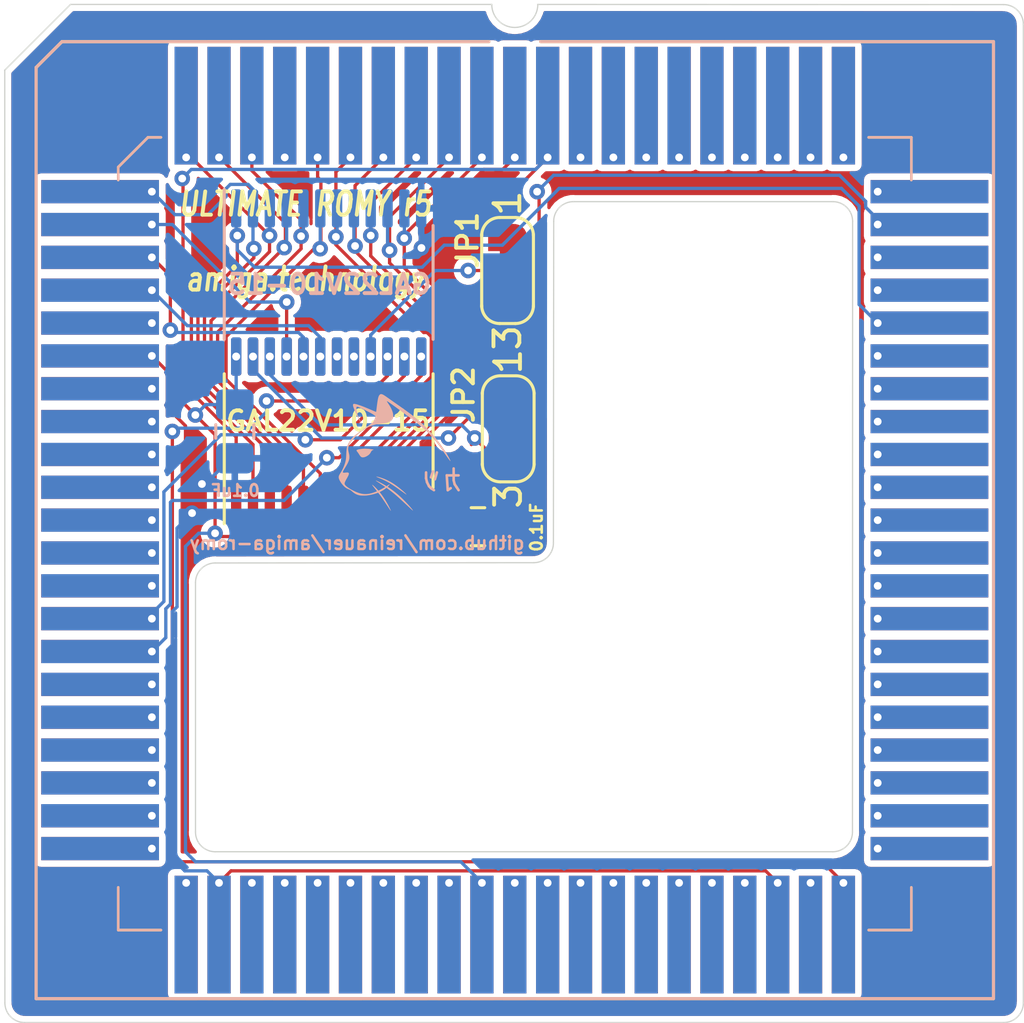
<source format=kicad_pcb>
(kicad_pcb (version 20210228) (generator pcbnew)
  (layers (0 "F.Cu" signal) (31 "B.Cu" signal) (34 "B.Paste" user) (35 "F.Paste" user) (36 "B.SilkS" user "B.Silkscreen") (37 "F.SilkS" user "F.Silkscreen") (38 "B.Mask" user) (39 "F.Mask" user) (44 "Edge.Cuts" user))
  (net 0 "")
  (net 11 "Net-(IC2-Pad73)")
  (net 62 "/GND")
  (net 63 "/VCC")
  (net 64 "/I11")
  (net 65 "/I10")
  (net 66 "/I9")
  (net 67 "/IO3")
  (net 68 "/IO4")
  (net 69 "/IO5")
  (net 70 "/IO10")
  (net 71 "/I12")
  (net 72 "/IO9")
  (net 73 "/I1{slash}CLK")
  (net 74 "/IO8")
  (net 75 "/IO1")
  (net 76 "/IO2")
  (net 77 "/IO6")
  (net 78 "/IO7")
  (net 79 "/I8")
  (net 80 "/I2")
  (net 81 "/I3")
  (net 82 "/I4")
  (net 83 "/I5")
  (net 84 "/I6")
  (net 85 "/I7")
  (footprint "amiga-romy:asym_TSSOP-24_4.4x7.8mm_P0.65mm" (layer "F.Cu") (at 107.76835 59.66075 90)
    (fp_text reference "U1" hide)
    (fp_text value "ATF22V10C-XU")
  )
  (footprint "Jumper:SolderJumper-3_P1.3mm_Bridged12_RoundedPad1.0x1.5mm_NumberLabels" (layer "F.Cu") (at 114.681 53.467 -90)
    (fp_text reference "JP1")
    (fp_text value "SolderJumper_3_Bridged12" hide)
  )
  (footprint "Capacitor_SMD:C_0805_2012Metric_Pad1.18x1.45mm_HandSolder" (layer "F.Cu") (at 113.538 63.373 180)
    (fp_text reference "C1" hide)
    (fp_text value "0.1uF")
  )
  (footprint "Jumper:SolderJumper-3_P1.3mm_Bridged12_RoundedPad1.0x1.5mm_NumberLabels" (layer "F.Cu") (at 114.7064 59.5884 -90)
    (fp_text reference "JP2")
    (fp_text value "SolderJumper_3_Bridged12" hide)
  )
  (footprint "amiga-romy:asym_TSSOP-24_4.4x7.8mm_P0.65mm" (layer "B.Cu") (at 107.76835 53.92805 -90)
    (fp_text reference "U2" hide)
    (fp_text value "ATF22V10C-XU")
  )
  (footprint "amiga-romy:APW9328TH" (layer "B.Cu") (at 114.9604 63.119 180)
    (fp_text reference "IC2" hide)
    (fp_text value "FAT_GARY" hide)
  )
  (footprint "Capacitor_SMD:C_0805_2012Metric_Pad1.18x1.45mm_HandSolder" (layer "B.Cu") (at 104.14 59.69 90)
    (fp_text reference "C2" hide)
    (fp_text value "0.1uF")
  )
  (gr_poly (pts (xy 109.764934 58.251646) (xy 109.763411 58.252451) (xy 109.761764 58.253401) (xy 109.760008 58.254487) (xy 109.75816 58.255698) (xy 109.756235 58.257022) (xy 109.754249 58.258449) (xy 109.75222 58.259968) (xy 109.750162 58.261568) (xy 109.748091 58.263239) (xy 109.746024 58.264969) (xy 109.743977 58.266747) (xy 109.741965 58.268563) (xy 109.740005 58.270406) (xy 109.738113 58.272265) (xy 109.736304 58.274129) (xy 109.734595 58.275988) (xy 109.730141 58.280981) (xy 109.725836 58.286262) (xy 109.721671 58.291868) (xy 109.717637 58.297838) (xy 109.713726 58.304209) (xy 109.70993 58.311019) (xy 109.70624 58.318304) (xy 109.702647 58.326105) (xy 109.699143 58.334457) (xy 109.695719 58.343398) (xy 109.689079 58.363201) (xy 109.682657 58.385816) (xy 109.676387 58.411543) (xy 109.670199 58.440685) (xy 109.664026 58.473544) (xy 109.657799 58.510421) (xy 109.65145 58.551618) (xy 109.644911 58.597437) (xy 109.638113 58.64818) (xy 109.62347 58.765644) (xy 109.615533 58.830285) (xy 109.608654 58.883516) (xy 109.603626 58.919879) (xy 109.601245 58.933919) (xy 109.601001 58.934033) (xy 109.600538 58.934046) (xy 109.598974 58.933779) (xy 109.596601 58.933136) (xy 109.593462 58.932138) (xy 109.585073 58.92915) (xy 109.574169 58.924967) (xy 109.561117 58.919742) (xy 109.546278 58.913628) (xy 109.530017 58.906779) (xy 109.512698 58.899347) (xy 109.285482 58.80193) (xy 109.132448 58.738612) (xy 109.072329 58.715182) (xy 109.017051 58.694807) (xy 108.902745 58.65593) (xy 108.883302 58.649846) (xy 108.862358 58.643902) (xy 108.840826 58.638306) (xy 108.819622 58.633264) (xy 108.799658 58.628982) (xy 108.781847 58.625668) (xy 108.767104 58.623528) (xy 108.761169 58.622963) (xy 108.756342 58.622769) (xy 108.753123 58.62287) (xy 108.749832 58.623166) (xy 108.746499 58.623645) (xy 108.743152 58.624296) (xy 108.739819 58.625105) (xy 108.73653 58.626062) (xy 108.733311 58.627154) (xy 108.730193 58.628369) (xy 108.727202 58.629696) (xy 108.724368 58.631123) (xy 108.72172 58.632638) (xy 108.719284 58.634228) (xy 108.717091 58.635883) (xy 108.715167 58.63759) (xy 108.713543 58.639337) (xy 108.712245 58.641113) (xy 108.711577 58.642283) (xy 108.710963 58.643606) (xy 108.709893 58.646686) (xy 108.709031 58.650303) (xy 108.708376 58.654408) (xy 108.707922 58.658952) (xy 108.707669 58.663884) (xy 108.707611 58.669155) (xy 108.707747 58.674715) (xy 108.708073 58.680515) (xy 108.708586 58.686506) (xy 108.709284 58.692637) (xy 108.710162 58.698858) (xy 108.711217 58.705122) (xy 108.712448 58.711377) (xy 108.71385 58.717574) (xy 108.71542 58.723663) (xy 108.722484 58.746946) (xy 108.731517 58.773536) (xy 108.754766 58.835042) (xy 108.78372 58.904998) (xy 108.816932 58.980221) (xy 108.852955 59.057527) (xy 108.890343 59.133734) (xy 108.927648 59.205658) (xy 108.963423 59.270116) (xy 108.98018 59.297957) (xy 108.998458 59.326687) (xy 109.0171 59.354681) (xy 109.034949 59.380315) (xy 109.050846 59.401963) (xy 109.063634 59.418001) (xy 109.0685 59.423409) (xy 109.072156 59.426805) (xy 109.073484 59.427685) (xy 109.074455 59.427986) (xy 109.075051 59.427683) (xy 109.075253 59.426749) (xy 109.075083 59.426072) (xy 109.074581 59.424854) (xy 109.072652 59.420917) (xy 109.069598 59.415178) (xy 109.065552 59.407876) (xy 109.060646 59.39925) (xy 109.055013 59.389542) (xy 109.048784 59.378991) (xy 109.042092 59.367835) (xy 109.006971 59.307508) (xy 108.976228 59.25133) (xy 108.949478 59.198395) (xy 108.93748 59.172858) (xy 108.926337 59.14779) (xy 108.916 59.123078) (xy 108.906421 59.098608) (xy 108.897552 59.074266) (xy 108.889345 59.049938) (xy 108.881752 59.025512) (xy 108.874725 59.000872) (xy 108.868215 58.975906) (xy 108.862176 58.950499) (xy 108.853843 58.911237) (xy 108.847376 58.875584) (xy 108.842785 58.843709) (xy 108.841197 58.829241) (xy 108.840083 58.815782) (xy 108.839445 58.803352) (xy 108.839283 58.791973) (xy 108.8396 58.781666) (xy 108.840397 58.772451) (xy 108.841676 58.764351) (xy 108.843438 58.757386) (xy 108.845684 58.751577) (xy 108.848417 58.746946) (xy 108.849343 58.745757) (xy 108.850335 58.744635) (xy 108.851391 58.743583) (xy 108.852512 58.742598) (xy 108.853696 58.741682) (xy 108.854943 58.740834) (xy 108.856252 58.740055) (xy 108.857623 58.739345) (xy 108.859055 58.738704) (xy 108.860547 58.738131) (xy 108.862099 58.737627) (xy 108.86371 58.737192) (xy 108.865379 58.736826) (xy 108.867106 58.736529) (xy 108.86889 58.736301) (xy 108.870731 58.736143) (xy 108.872627 58.736053) (xy 108.874579 58.736033) (xy 108.876585 58.736082) (xy 108.878645 58.736201) (xy 108.880758 58.736389) (xy 108.882924 58.736647) (xy 108.88741 58.737372) (xy 108.8921 58.738375) (xy 108.896986 58.739659) (xy 108.902065 58.741222) (xy 108.907331 58.743066) (xy 108.937047 58.754945) (xy 108.979827 58.773669) (xy 109.032397 58.797686) (xy 109.091481 58.825439) (xy 109.2161 58.885941) (xy 109.275086 58.91558) (xy 109.32749 58.942738) (xy 109.375753 58.968706) (xy 109.421566 58.994249) (xy 109.463698 59.018609) (xy 109.500924 59.041031) (xy 109.532015 59.060757) (xy 109.555742 59.077031) (xy 109.564461 59.083637) (xy 109.570879 59.089096) (xy 109.574843 59.093314) (xy 109.576198 59.096196) (xy 109.576137 59.097031) (xy 109.575958 59.098325) (xy 109.575266 59.102183) (xy 109.57417 59.107545) (xy 109.572714 59.114188) (xy 109.570944 59.12189) (xy 109.568905 59.130427) (xy 109.566643 59.139576) (xy 109.564204 59.149113) (xy 109.558861 59.16884) (xy 109.553243 59.187472) (xy 109.54729 59.205104) (xy 109.540942 59.221829) (xy 109.53414 59.237745) (xy 109.526823 59.252946) (xy 109.518931 59.267526) (xy 109.510405 59.281581) (xy 109.501184 59.295207) (xy 109.491209 59.308497) (xy 109.480419 59.321548) (xy 109.468755 59.334454) (xy 109.456157 59.34731) (xy 109.442564 59.360212) (xy 109.427917 59.373255) (xy 109.412156 59.386533) (xy 109.394787 59.400538) (xy 109.377446 59.414044) (xy 109.358312 59.428335) (xy 109.335559 59.444697) (xy 109.307367 59.464416) (xy 109.271911 59.488778) (xy 109.171915 59.556572) (xy 109.080243 59.618871) (xy 109.002763 59.672442) (xy 108.93733 59.718912) (xy 108.881799 59.759904) (xy 108.834023 59.797043) (xy 108.791857 59.831953) (xy 108.753156 59.86626) (xy 108.715773 59.901588) (xy 108.698034 59.919232) (xy 108.680933 59.936975) (xy 108.664471 59.954814) (xy 108.648651 59.97275) (xy 108.633474 59.990781) (xy 108.618942 60.008906) (xy 108.605055 60.027123) (xy 108.591816 60.045433) (xy 108.579225 60.063834) (xy 108.567286 60.082325) (xy 108.555998 60.100904) (xy 108.545365 60.119572) (xy 108.535386 60.138326) (xy 108.526065 60.157166) (xy 108.517401 60.176091) (xy 108.509398 60.195099) (xy 108.50162 60.215126) (xy 108.494532 60.234616) (xy 108.488099 60.2538) (xy 108.482284 60.272909) (xy 108.477049 60.292175) (xy 108.472358 60.31183) (xy 108.468175 60.332105) (xy 108.464463 60.353232) (xy 108.461185 60.375442) (xy 108.458304 60.398966) (xy 108.455784 60.424037) (xy 108.453587 60.450885) (xy 108.451679 60.479743) (xy 108.45002 60.510841) (xy 108.447309 60.580685) (xy 108.445774 60.622346) (xy 108.444024 60.658974) (xy 108.441976 60.691395) (xy 108.439548 60.720429) (xy 108.436657 60.746901) (xy 108.43322 60.771632) (xy 108.429155 60.795445) (xy 108.424378 60.819163) (xy 108.418123 60.84626) (xy 108.411025 60.873901) (xy 108.40313 60.901974) (xy 108.394481 60.930371) (xy 108.375092 60.987692) (xy 108.353206 61.044985) (xy 108.32917 61.101368) (xy 108.303332 61.155961) (xy 108.289845 61.182311) (xy 108.276038 61.207884) (xy 108.261954 61.232568) (xy 108.247637 61.256255) (xy 108.210072 61.316971) (xy 108.197401 61.337893) (xy 108.187885 61.354106) (xy 108.180833 61.366798) (xy 108.175554 61.377153) (xy 108.171359 61.386359) (xy 108.167556 61.395602) (xy 108.163783 61.405929) (xy 108.160669 61.416171) (xy 108.15822 61.426378) (xy 108.156444 61.436596) (xy 108.155345 61.446874) (xy 108.154931 61.45726) (xy 108.155207 61.467802) (xy 108.156179 61.478549) (xy 108.157855 61.489547) (xy 108.160239 61.500846) (xy 108.163338 61.512493) (xy 108.167159 61.524537) (xy 108.171708 61.537025) (xy 108.17699 61.550005) (xy 108.183013 61.563526) (xy 108.189781 61.577635) (xy 108.196953 61.591837) (xy 108.204686 61.606234) (xy 108.212949 61.620782) (xy 108.221708 61.635436) (xy 108.230929 61.650152) (xy 108.240581 61.664886) (xy 108.25063 61.679593) (xy 108.261042 61.694228) (xy 108.271786 61.708748) (xy 108.282826 61.723108) (xy 108.294132 61.737263) (xy 108.305669 61.751169) (xy 108.317404 61.764781) (xy 108.329305 61.778056) (xy 108.341338 61.790948) (xy 108.35347 61.803413) (xy 108.364653 61.814412) (xy 108.375513 61.824698) (xy 108.386148 61.834335) (xy 108.396658 61.843387) (xy 108.407141 61.851918) (xy 108.417696 61.859993) (xy 108.428421 61.867674) (xy 108.439416 61.875027) (xy 108.450778 61.882115) (xy 108.462607 61.889003) (xy 108.475002 61.895755) (xy 108.48806 61.902434) (xy 108.501882 61.909104) (xy 108.516564 61.915831) (xy 108.532207 61.922677) (xy 108.548909 61.929708) (xy 108.5674 61.937546) (xy 108.575704 61.941304) (xy 108.583531 61.945054) (xy 108.590997 61.948869) (xy 108.598215 61.952826) (xy 108.605299 61.956997) (xy 108.612365 61.961458) (xy 108.619526 61.966282) (xy 108.626896 61.971545) (xy 108.634589 61.97732) (xy 108.64272 61.983683) (xy 108.651403 61.990707) (xy 108.660753 61.998466) (xy 108.681906 62.016491) (xy 108.700512 62.032146) (xy 108.718684 62.04673) (xy 108.73651 62.060288) (xy 108.754077 62.072864) (xy 108.771472 62.084504) (xy 108.788783 62.095252) (xy 108.806098 62.105154) (xy 108.823502 62.114255) (xy 108.841085 62.122598) (xy 108.858933 62.130231) (xy 108.877133 62.137197) (xy 108.895772 62.143541) (xy 108.914939 62.149308) (xy 108.93472 62.154543) (xy 108.955204 62.159292) (xy 108.976476 62.163599) (xy 108.986866 62.165211) (xy 108.9997 62.166609) (xy 109.031437 62.168759) (xy 109.069152 62.170049) (xy 109.110311 62.170479) (xy 109.152379 62.170049) (xy 109.192822 62.168759) (xy 109.229107 62.166609) (xy 109.258698 62.163599) (xy 109.304452 62.15683) (xy 109.350227 62.148997) (xy 109.395713 62.140165) (xy 109.440599 62.130394) (xy 109.484576 62.119747) (xy 109.527333 62.108285) (xy 109.56856 62.096071) (xy 109.607948 62.083166) (xy 109.675329 62.060235) (xy 109.676873 62.060492) (xy 109.679243 62.062033) (xy 109.686369 62.068845) (xy 109.696528 62.08042) (xy 109.709542 62.096505) (xy 109.743424 62.141198) (xy 109.786586 62.200905) (xy 109.837603 62.273611) (xy 109.895048 62.357296) (xy 109.957496 62.449944) (xy 110.02352 62.549538) (xy 110.09622 62.659588) (xy 110.140246 62.72456) (xy 110.153748 62.743335) (xy 110.162774 62.754673) (xy 110.165888 62.757952) (xy 110.168219 62.759851) (xy 110.16988 62.760529) (xy 110.170981 62.760147) (xy 110.171283 62.759673) (xy 110.171461 62.758982) (xy 110.171516 62.758073) (xy 110.171448 62.756947) (xy 110.170943 62.75405) (xy 110.169951 62.750296) (xy 110.168472 62.745693) (xy 110.16651 62.740247) (xy 110.164068 62.733965) (xy 110.161148 62.726853) (xy 110.157752 62.718919) (xy 110.153883 62.710169) (xy 110.144738 62.690247) (xy 110.133732 62.667142) (xy 110.120887 62.640908) (xy 110.081257 62.56323) (xy 110.039324 62.485879) (xy 109.995431 62.409412) (xy 109.949922 62.334388) (xy 109.90314 62.261365) (xy 109.855427 62.190901) (xy 109.807128 62.123554) (xy 109.758584 62.059883) (xy 109.738476 62.034483) (xy 109.792098 62.006966) (xy 109.816569 61.994135) (xy 109.838973 61.981902) (xy 109.85979 61.969976) (xy 109.879499 61.958062) (xy 109.898579 61.945867) (xy 109.91751 61.933098) (xy 109.936773 61.91946) (xy 109.956845 61.904661) (xy 109.973938 61.891944) (xy 109.988286 61.881509) (xy 109.993987 61.877489) (xy 109.998467 61.874448) (xy 110.001551 61.872524) (xy 110.002513 61.872023) (xy 110.003059 61.871852) (xy 110.005038 61.872811) (xy 110.009364 61.875575) (xy 110.024132 61.885831) (xy 110.045506 61.901246) (xy 110.07163 61.920447) (xy 110.130704 61.964721) (xy 110.159941 61.987048) (xy 110.186503 62.007671) (xy 110.249493 62.057649) (xy 110.308625 62.105931) (xy 110.369171 62.157207) (xy 110.436403 62.216163) (xy 110.515589 62.287489) (xy 110.612003 62.375872) (xy 110.877595 62.622563) (xy 110.923037 62.664669) (xy 110.959809 62.698003) (xy 110.988206 62.722787) (xy 110.999355 62.732042) (xy 111.00852 62.739244) (xy 111.015738 62.744421) (xy 111.021046 62.747599) (xy 111.024479 62.748808) (xy 111.025505 62.748683) (xy 111.026076 62.748075) (xy 111.026197 62.746989) (xy 111.025872 62.745427) (xy 111.023905 62.740894) (xy 111.020211 62.734502) (xy 111.014826 62.72628) (xy 111.004698 62.712038) (xy 110.992162 62.695508) (xy 110.960581 62.65638) (xy 110.921517 62.610498) (xy 110.876405 62.55946) (xy 110.826679 62.504867) (xy 110.773774 62.448318) (xy 110.719124 62.391414) (xy 110.664165 62.335755) (xy 110.594277 62.26707) (xy 110.526741 62.203259) (xy 110.460438 62.143376) (xy 110.394246 62.086473) (xy 110.327045 62.031605) (xy 110.257715 61.977823) (xy 110.185136 61.924183) (xy 110.108187 61.869736) (xy 110.087461 61.855652) (xy 110.069911 61.84385) (xy 110.057387 61.835554) (xy 110.051742 61.831988) (xy 110.05152 61.831882) (xy 110.051381 61.831697) (xy 110.051324 61.831434) (xy 110.051348 61.831095) (xy 110.051451 61.830682) (xy 110.051632 61.830196) (xy 110.051889 61.829639) (xy 110.052222 61.829012) (xy 110.053108 61.827554) (xy 110.054279 61.825837) (xy 110.055723 61.823871) (xy 110.057431 61.821669) (xy 110.059391 61.819245) (xy 110.061592 61.816609) (xy 110.064024 61.813775) (xy 110.066675 61.810755) (xy 110.069535 61.807562) (xy 110.072593 61.804207) (xy 110.075838 61.800703) (xy 110.079259 61.797063) (xy 110.090874 61.784811) (xy 110.101269 61.773328) (xy 110.110284 61.76282) (xy 110.117756 61.753495) (xy 110.120863 61.749341) (xy 110.123525 61.745559) (xy 110.125721 61.742176) (xy 110.12743 61.739219) (xy 110.128632 61.736712) (xy 110.129309 61.734681) (xy 110.129443 61.733852) (xy 110.129438 61.733153) (xy 110.129292 61.732585) (xy 110.129001 61.732152) (xy 110.128609 61.73182) (xy 110.128158 61.731553) (xy 110.127642 61.731354) (xy 110.127056 61.731227) (xy 110.126394 61.731174) (xy 110.125651 61.731199) (xy 110.12482 61.731306) (xy 110.123897 61.731496) (xy 110.122875 61.731774) (xy 110.12175 61.732142) (xy 110.120515 61.732604) (xy 110.119166 61.733163) (xy 110.117696 61.733822) (xy 110.1161 61.734583) (xy 110.114373 61.735452) (xy 110.112508 61.736429) (xy 110.108346 61.738726) (xy 110.103569 61.741499) (xy 110.098133 61.744772) (xy 110.091992 61.748573) (xy 110.085104 61.752925) (xy 110.077422 61.757854) (xy 110.068904 61.763386) (xy 110.059504 61.769546) (xy 110.005881 61.804472) (xy 109.964959 61.779424) (xy 109.913436 61.749083) (xy 109.858034 61.717738) (xy 109.801459 61.686797) (xy 109.746413 61.657672) (xy 109.695601 61.631771) (xy 109.651726 61.610504) (xy 109.617491 61.595282) (xy 109.604834 61.590378) (xy 109.595601 61.587513) (xy 109.585017 61.585044) (xy 109.592073 61.592805) (xy 109.594227 61.595096) (xy 109.596906 61.59764) (xy 109.600188 61.60049) (xy 109.60415 61.603702) (xy 109.608871 61.60733) (xy 109.614428 61.611427) (xy 109.6209 61.616048) (xy 109.628365 61.621248) (xy 109.646585 61.633598) (xy 109.669712 61.648913) (xy 109.69837 61.667626) (xy 109.733184 61.690171) (xy 109.817492 61.744703) (xy 109.887745 61.790934) (xy 109.935838 61.823472) (xy 109.949043 61.832922) (xy 109.95367 61.836927) (xy 109.953313 61.837477) (xy 109.952263 61.838387) (xy 109.948215 61.841216) (xy 109.933242 61.850404) (xy 109.910845 61.863338) (xy 109.883115 61.878863) (xy 109.852143 61.895828) (xy 109.820023 61.913077) (xy 109.788844 61.929459) (xy 109.760701 61.943819) (xy 109.71237 61.967763) (xy 109.697399 61.975023) (xy 109.691556 61.977685) (xy 109.691156 61.977392) (xy 109.690236 61.976533) (xy 109.686948 61.973226) (xy 109.681907 61.967993) (xy 109.675329 61.961061) (xy 109.658417 61.943009) (xy 109.637934 61.920888) (xy 109.609964 61.891243) (xy 109.580663 61.861594) (xy 109.551378 61.83316) (xy 109.523458 61.807161) (xy 109.498249 61.784817) (xy 109.4771 61.767347) (xy 109.46847 61.760821) (xy 109.461359 61.755971) (xy 109.455937 61.752949) (xy 109.453912 61.752171) (xy 109.452373 61.751908) (xy 109.451356 61.751965) (xy 109.450906 61.752041) (xy 109.450496 61.75215) (xy 109.450129 61.752295) (xy 109.449805 61.752479) (xy 109.449527 61.752703) (xy 109.449296 61.75297) (xy 109.449113 61.753282) (xy 109.44898 61.75364) (xy 109.448899 61.754048) (xy 109.448871 61.754507) (xy 109.448897 61.75502) (xy 109.44898 61.755589) (xy 109.44912 61.756215) (xy 109.449319 61.756902) (xy 109.449902 61.758464) (xy 109.450739 61.760292) (xy 109.451844 61.762404) (xy 109.453229 61.764818) (xy 109.454905 61.767551) (xy 109.456886 61.77062) (xy 109.459184 61.774043) (xy 109.46181 61.777837) (xy 109.464777 61.782019) (xy 109.468098 61.786608) (xy 109.471784 61.79162) (xy 109.475848 61.797073) (xy 109.485159 61.809371) (xy 109.496129 61.823643) (xy 109.508855 61.840027) (xy 109.523437 61.858663) (xy 109.539972 61.879691) (xy 109.558559 61.903249) (xy 109.587911 61.940804) (xy 109.611873 61.971909) (xy 109.627963 61.99329) (xy 109.632281 61.999312) (xy 109.633701 62.001674) (xy 109.632368 62.002736) (xy 109.628907 62.004541) (xy 109.616448 62.010058) (xy 109.598019 62.017568) (xy 109.575316 62.026413) (xy 109.550033 62.035936) (xy 109.523866 62.045479) (xy 109.498508 62.054386) (xy 109.475656 62.061999) (xy 109.444071 62.071777) (xy 109.412927 62.080472) (xy 109.382194 62.088086) (xy 109.351842 62.09462) (xy 109.321842 62.100075) (xy 109.292164 62.104453) (xy 109.262776 62.107753) (xy 109.233651 62.109977) (xy 109.204757 62.111126) (xy 109.176064 62.111202) (xy 109.147543 62.110205) (xy 109.119163 62.108136) (xy 109.090895 62.104996) (xy 109.062709 62.100787) (xy 109.034575 62.095509) (xy 109.006462 62.089163) (xy 108.970343 62.079431) (xy 108.932482 62.067564) (xy 108.893255 62.053757) (xy 108.853037 62.038209) (xy 108.812202 62.021114) (xy 108.771127 62.002669) (xy 108.730187 61.983071) (xy 108.689756 61.962516) (xy 108.650209 61.9412) (xy 108.611923 61.91932) (xy 108.575271 61.897072) (xy 108.54063 61.874652) (xy 108.508374 61.852257) (xy 108.478879 61.830084) (xy 108.452519 61.808328) (xy 108.42967 61.787186) (xy 108.42247 61.779845) (xy 108.415943 61.772748) (xy 108.410074 61.765857) (xy 108.404849 61.759134) (xy 108.400255 61.752541) (xy 108.396277 61.746041) (xy 108.392902 61.739595) (xy 108.390115 61.733166) (xy 108.388938 61.729947) (xy 108.387903 61.726717) (xy 108.387008 61.723473) (xy 108.386252 61.720209) (xy 108.385632 61.716922) (xy 108.385147 61.713605) (xy 108.384575 61.706868) (xy 108.384522 61.699959) (xy 108.384974 61.69284) (xy 108.385917 61.685475) (xy 108.387337 61.677824) (xy 108.388595 61.67267) (xy 108.390377 61.666752) (xy 108.392667 61.660102) (xy 108.395451 61.652749) (xy 108.398714 61.644725) (xy 108.402443 61.636059) (xy 108.411238 61.616926) (xy 108.421719 61.595593) (xy 108.433771 61.572305) (xy 108.447279 61.547305) (xy 108.462126 61.520838) (xy 108.489922 61.471139) (xy 108.511923 61.429827) (xy 108.520871 61.411992) (xy 108.528515 61.395866) (xy 108.534906 61.381318) (xy 108.54009 61.368218) (xy 108.544116 61.356436) (xy 108.547034 61.345844) (xy 108.548891 61.336312) (xy 108.549736 61.327709) (xy 108.549618 61.319906) (xy 108.548585 61.312773) (xy 108.546686 61.306181) (xy 108.54397 61.299999) (xy 108.54276 61.297776) (xy 108.541439 61.295669) (xy 108.540001 61.293678) (xy 108.538439 61.291802) (xy 108.536747 61.290039) (xy 108.534916 61.288388) (xy 108.53294 61.286849) (xy 108.530813 61.28542) (xy 108.528527 61.284099) (xy 108.526075 61.282887) (xy 108.523451 61.281782) (xy 108.520648 61.280782) (xy 108.517658 61.279887) (xy 108.514475 61.279095) (xy 108.511092 61.278406) (xy 108.507502 61.277818) (xy 108.503698 61.277331) (xy 108.499673 61.276942) (xy 108.49542 61.276652) (xy 108.490933 61.276459) (xy 108.486204 61.276361) (xy 108.481227 61.276359) (xy 108.475994 61.27645) (xy 108.470499 61.276633) (xy 108.458694 61.277274) (xy 108.445757 61.278271) (xy 108.431632 61.279617) (xy 108.416265 61.281302) (xy 108.395663 61.28345) (xy 108.377724 61.284857) (xy 108.362364 61.285513) (xy 108.355626 61.285554) (xy 108.349501 61.285403) (xy 108.343981 61.285058) (xy 108.339053 61.284516) (xy 108.334709 61.283778) (xy 108.330936 61.28284) (xy 108.327727 61.281702) (xy 108.325069 61.280362) (xy 108.322952 61.278818) (xy 108.321367 61.277069) (xy 108.320166 61.275323) (xy 108.319145 61.27345) (xy 108.318309 61.27144) (xy 108.317663 61.269282) (xy 108.317211 61.266966) (xy 108.316958 61.264481) (xy 108.316909 61.261816) (xy 108.317068 61.258961) (xy 108.31744 61.255905) (xy 108.318029 61.252637) (xy 108.318841 61.249147) (xy 108.319879 61.245424) (xy 108.321149 61.241457) (xy 108.322655 61.237236) (xy 108.324402 61.23275) (xy 108.326394 61.227989) (xy 108.331134 61.217596) (xy 108.336912 61.205972) (xy 108.343764 61.193033) (xy 108.351728 61.178693) (xy 108.360842 61.162867) (xy 108.371142 61.14547) (xy 108.382666 61.126415) (xy 108.395451 61.105619) (xy 108.426903 61.053964) (xy 108.454056 61.008032) (xy 108.477306 60.96706) (xy 108.497051 60.930288) (xy 108.513686 60.896956) (xy 108.52761 60.866303) (xy 108.539219 60.837568) (xy 108.548909 60.809991) (xy 108.554635 60.791606) (xy 108.559195 60.775557) (xy 108.561076 60.768135) (xy 108.562713 60.760971) (xy 108.56412 60.753954) (xy 108.565313 60.746976) (xy 108.566308 60.739928) (xy 108.56712 60.7327) (xy 108.567764 60.725184) (xy 108.568257 60.717271) (xy 108.568848 60.699816) (xy 108.569017 60.679463) (xy 108.568856 60.65868) (xy 108.568257 60.640459) (xy 108.567738 60.631912) (xy 108.567045 60.623529) (xy 108.566156 60.615149) (xy 108.565049 60.606615) (xy 108.563701 60.597766) (xy 108.562093 60.588444) (xy 108.558004 60.567743) (xy 108.552609 60.543239) (xy 108.545734 60.513658) (xy 108.539523 60.486561) (xy 108.53434 60.462709) (xy 108.530126 60.441743) (xy 108.526816 60.423302) (xy 108.52435 60.407028) (xy 108.522666 60.392561) (xy 108.5217 60.379541) (xy 108.521392 60.367608) (xy 108.522122 60.34702) (xy 108.524338 60.326215) (xy 108.528078 60.30512) (xy 108.533381 60.283657) (xy 108.540287 60.261753) (xy 108.548833 60.23933) (xy 108.559058 60.216314) (xy 108.571002 60.19263) (xy 108.584702 60.168201) (xy 108.600199 60.142953) (xy 108.61753 60.11681) (xy 108.636734 60.089696) (xy 108.65785 60.061536) (xy 108.680918 60.032255) (xy 108.705974 60.001777) (xy 108.733059 59.970027) (xy 108.753406 59.94753) (xy 108.778556 59.920952) (xy 108.807064 59.891737) (xy 108.837481 59.861327) (xy 108.868362 59.831166) (xy 108.898258 59.802695) (xy 108.925724 59.777357) (xy 108.949312 59.756596) (xy 108.984949 59.726909) (xy 109.021287 59.698206) (xy 109.058235 59.670537) (xy 109.095698 59.64395) (xy 109.133585 59.618496) (xy 109.171804 59.594225) (xy 109.210261 59.571186) (xy 109.248864 59.549428) (xy 109.287521 59.529001) (xy 109.32614 59.509955) (xy 109.364627 59.49234) (xy 109.40289 59.476204) (xy 109.440837 59.461598) (xy 109.478376 59.448572) (xy 109.515413 59.437174) (xy 109.551856 59.427455) (xy 109.575589 59.42193) (xy 109.599106 59.416927) (xy 109.62312 59.412336) (xy 109.648341 59.408052) (xy 109.67548 59.403966) (xy 109.705249 59.399971) (xy 109.738357 59.39596) (xy 109.775517 59.391824) (xy 109.829176 59.385869) (xy 109.875045 59.380298) (xy 109.9143 59.374901) (xy 109.948114 59.369467) (xy 109.977662 59.363785) (xy 110.004117 59.357643) (xy 110.028655 59.350832) (xy 110.052448 59.343141) (xy 110.07784 59.33408) (xy 110.09988 59.325486) (xy 110.109814 59.321272) (xy 110.119117 59.317065) (xy 110.127856 59.312828) (xy 110.1361 59.308525) (xy 110.143919 59.304118) (xy 110.151381 59.299571) (xy 110.158554 59.294847) (xy 110.165508 59.28991) (xy 110.172311 59.284723) (xy 110.179031 59.279249) (xy 110.185738 59.273451) (xy 110.192501 59.267294) (xy 110.197926 59.262124) (xy 110.203094 59.256927) (xy 110.208012 59.251692) (xy 110.212686 59.246408) (xy 110.217126 59.241064) (xy 110.221336 59.235649) (xy 110.225326 59.230153) (xy 110.229102 59.224563) (xy 110.23267 59.218871) (xy 110.23604 59.213064) (xy 110.239217 59.207133) (xy 110.242209 59.201065) (xy 110.245024 59.194851) (xy 110.247668 59.188479) (xy 110.250148 59.181938) (xy 110.252473 59.175219) (xy 110.255313 59.166183) (xy 110.256496 59.162092) (xy 110.257533 59.158164) (xy 110.258434 59.154306) (xy 110.259208 59.150426) (xy 110.259863 59.146433) (xy 110.260411 59.142234) (xy 110.260859 59.137737) (xy 110.261217 59.132851) (xy 110.261494 59.127483) (xy 110.2617 59.121541) (xy 110.261936 59.107569) (xy 110.261998 59.090199) (xy 110.261776 59.066505) (xy 110.261373 59.055395) (xy 110.260752 59.044647) (xy 110.259896 59.034163) (xy 110.258786 59.023847) (xy 110.257405 59.013601) (xy 110.255736 59.003328) (xy 110.253761 58.992931) (xy 110.251463 58.982312) (xy 110.248823 58.971376) (xy 110.245825 58.960024) (xy 110.238683 58.935685) (xy 110.229895 58.908519) (xy 110.224402 58.892489) (xy 110.218606 58.876622) (xy 110.212461 58.860832) (xy 110.205923 58.845035) (xy 110.198944 58.829145) (xy 110.191479 58.813076) (xy 110.183482 58.796744) (xy 110.174906 58.780063) (xy 110.165706 58.762948) (xy 110.155836 58.745314) (xy 110.133901 58.708146) (xy 110.108733 58.667878) (xy 110.079965 58.623827) (xy 110.046567 58.572862) (xy 110.035384 58.555378) (xy 110.027357 58.542335) (xy 110.02209 58.533062) (xy 110.019193 58.52689) (xy 110.01851 58.524758) (xy 110.018272 58.523149) (xy 110.01843 58.52198) (xy 110.018934 58.521169) (xy 110.020064 58.520596) (xy 110.021827 58.520552) (xy 110.024262 58.521064) (xy 110.027409 58.522159) (xy 110.031307 58.523866) (xy 110.035997 58.526212) (xy 110.047906 58.532932) (xy 110.063453 58.542541) (xy 110.082955 58.555263) (xy 110.106727 58.571318) (xy 110.135086 58.59093) (xy 110.168348 58.614321) (xy 110.20683 58.641713) (xy 110.300715 58.709387) (xy 110.419273 58.79573) (xy 110.565034 58.902521) (xy 110.956005 59.191942) (xy 111.105795 59.305759) (xy 111.231652 59.404171) (xy 111.338475 59.491075) (xy 111.431164 59.570363) (xy 111.514617 59.64593) (xy 111.593734 59.721671) (xy 111.648691 59.776641) (xy 111.700477 59.830437) (xy 111.750122 59.884266) (xy 111.798654 59.939335) (xy 111.847104 59.996852) (xy 111.8965 60.058023) (xy 111.947873 60.124056) (xy 112.002251 60.196158) (xy 112.046315 60.255975) (xy 112.096266 60.325186) (xy 112.166061 60.423369) (xy 112.269656 60.570102) (xy 112.346694 60.678306) (xy 112.378722 60.722242) (xy 112.406269 60.759191) (xy 112.429219 60.788996) (xy 112.447456 60.811501) (xy 112.460864 60.826548) (xy 112.465722 60.831226) (xy 112.469328 60.83398) (xy 112.470636 60.834842) (xy 112.471784 60.835572) (xy 112.472779 60.83616) (xy 112.473222 60.836398) (xy 112.473628 60.836598) (xy 112.473999 60.836758) (xy 112.474336 60.836877) (xy 112.474639 60.836953) (xy 112.47491 60.836987) (xy 112.475148 60.836977) (xy 112.475355 60.836921) (xy 112.475532 60.836819) (xy 112.475679 60.83667) (xy 112.475797 60.836472) (xy 112.475886 60.836224) (xy 112.475949 60.835925) (xy 112.475985 60.835575) (xy 112.475995 60.835171) (xy 112.475979 60.834714) (xy 112.47594 60.834201) (xy 112.475877 60.833633) (xy 112.475684 60.832322) (xy 112.475406 60.830772) (xy 112.475049 60.828976) (xy 112.47462 60.826924) (xy 112.47346 60.82269) (xy 112.471227 60.816581) (xy 112.463877 60.799413) (xy 112.453245 60.776763) (xy 112.440004 60.749975) (xy 112.424828 60.720392) (xy 112.408392 60.689357) (xy 112.391368 60.658216) (xy 112.374431 60.62831) (xy 112.319443 60.535198) (xy 112.261597 60.442242) (xy 112.201038 60.349617) (xy 112.13791 60.257497) (xy 112.072358 60.166054) (xy 112.004525 60.075464) (xy 111.934556 59.985898) (xy 111.862595 59.897531) (xy 111.788786 59.810537) (xy 111.713273 59.725089) (xy 111.6362 59.641361) (xy 111.557712 59.559526) (xy 111.477953 59.479758) (xy 111.397067 59.402231) (xy 111.315198 59.327118) (xy 111.23249 59.254594) (xy 111.154356 59.188563) (xy 111.075928 59.124612) (xy 110.991853 59.058767) (xy 110.896778 58.987056) (xy 110.785347 58.905506) (xy 110.652209 58.810143) (xy 110.492008 58.696996) (xy 110.299392 58.562091) (xy 110.033045 58.374413) (xy 109.985149 58.340565) (xy 109.944752 58.31298) (xy 109.91082 58.291076) (xy 109.895956 58.282071) (xy 109.882321 58.274268) (xy 109.869785 58.267594) (xy 109.85822 58.261975) (xy 109.847497 58.25734) (xy 109.837485 58.253614) (xy 109.828056 58.250726) (xy 109.819081 58.248602) (xy 109.810431 58.247169) (xy 109.801976 58.246355) (xy 109.795855 58.246076) (xy 109.793045 58.246027) (xy 109.790384 58.246041) (xy 109.787856 58.246118) (xy 109.78545 58.246262) (xy 109.783149 58.246472) (xy 109.780941 58.246752) (xy 109.778812 58.247101) (xy 109.776747 58.247523) (xy 109.774733 58.248017) (xy 109.772756 58.248587) (xy 109.770801 58.249233) (xy 109.768855 58.249958) (xy 109.766904 58.250761) (xy 109.764934 58.251646)) (layer "B.SilkS") (width 0.000352) (fill solid))
  (gr_poly (pts (xy 109.609712 61.439699) (xy 109.611852 61.44134) (xy 109.614693 61.443215) (xy 109.618225 61.445321) (xy 109.622439 61.447653) (xy 109.627325 61.450206) (xy 109.632873 61.452976) (xy 109.645916 61.459146) (xy 109.661488 61.466127) (xy 109.679512 61.47388) (xy 109.699909 61.482369) (xy 109.722601 61.491557) (xy 109.780246 61.515168) (xy 109.836366 61.539486) (xy 109.891155 61.564589) (xy 109.944807 61.590556) (xy 109.997516 61.617465) (xy 110.049477 61.645396) (xy 110.100884 61.674427) (xy 110.151931 61.704635) (xy 110.190457 61.728373) (xy 110.228429 61.752453) (xy 110.268104 61.778411) (xy 110.31174 61.807779) (xy 110.361593 61.842091) (xy 110.419921 61.882882) (xy 110.571031 61.990033) (xy 110.662952 62.055374) (xy 110.718228 62.09419) (xy 110.748236 62.114354) (xy 110.75732 62.1199) (xy 110.764353 62.123736) (xy 110.766311 62.124719) (xy 110.768081 62.125553) (xy 110.769665 62.126236) (xy 110.77106 62.126767) (xy 110.772266 62.127145) (xy 110.773282 62.127369) (xy 110.774109 62.127438) (xy 110.77445 62.127414) (xy 110.774744 62.127351) (xy 110.77499 62.127249) (xy 110.775187 62.127107) (xy 110.775337 62.126926) (xy 110.775438 62.126705) (xy 110.775492 62.126444) (xy 110.775496 62.126144) (xy 110.775361 62.125422) (xy 110.77503 62.124539) (xy 110.774504 62.123494) (xy 110.773783 62.122286) (xy 110.772864 62.120913) (xy 110.771748 62.119375) (xy 110.770434 62.117671) (xy 110.768922 62.115799) (xy 110.767209 62.113758) (xy 110.763183 62.109168) (xy 110.758351 62.103892) (xy 110.752706 62.097921) (xy 110.746243 62.091247) (xy 110.738956 62.083862) (xy 110.73084 62.075758) (xy 110.711298 62.056696) (xy 110.693837 62.039945) (xy 110.677491 62.024641) (xy 110.661298 62.009921) (xy 110.644295 61.994918) (xy 110.625519 61.978771) (xy 110.604006 61.960615) (xy 110.578792 61.939585) (xy 110.492005 61.869103) (xy 110.408632 61.805216) (xy 110.367971 61.775583) (xy 110.327856 61.747405) (xy 110.288185 61.720617) (xy 110.248857 61.695154) (xy 110.209768 61.670953) (xy 110.170817 61.647948) (xy 110.131901 61.626074) (xy 110.092918 61.605268) (xy 110.053766 61.585464) (xy 110.014341 61.566598) (xy 109.974543 61.548605) (xy 109.934267 61.531421) (xy 109.89267 61.514841) (xy 109.84841 61.498525) (xy 109.803224 61.483003) (xy 109.758849 61.468803) (xy 109.71702 61.456456) (xy 109.679474 61.44649) (xy 109.647947 61.439435) (xy 109.634983 61.437164) (xy 109.624176 61.435819) (xy 109.617405 61.435248) (xy 109.612341 61.434887) (xy 109.610404 61.4348) (xy 109.60884 61.434783) (xy 109.607631 61.434842) (xy 109.606757 61.434981) (xy 109.606441 61.435083) (xy 109.606202 61.435207) (xy 109.606039 61.435355) (xy 109.605948 61.435526) (xy 109.605927 61.435722) (xy 109.605975 61.435943) (xy 109.606089 61.43619) (xy 109.606267 61.436464) (xy 109.606804 61.437094) (xy 109.60757 61.43784) (xy 109.609712 61.439699)) (layer "B.SilkS") (width 0.000352) (fill solid))
  (gr_poly (pts (xy 109.080545 60.358435) (xy 109.060065 60.360498) (xy 109.038019 60.363165) (xy 109.015154 60.366311) (xy 108.992218 60.369812) (xy 108.969961 60.373546) (xy 108.94913 60.377386) (xy 108.930473 60.38121) (xy 108.91474 60.384894) (xy 108.905114 60.387429) (xy 108.896211 60.390009) (xy 108.888024 60.392639) (xy 108.880548 60.395323) (xy 108.873776 60.398064) (xy 108.867704 60.400868) (xy 108.862325 60.403738) (xy 108.857634 60.406678) (xy 108.853625 60.409692) (xy 108.850292 60.412785) (xy 108.84763 60.415961) (xy 108.846549 60.417581) (xy 108.845634 60.419223) (xy 108.844883 60.420889) (xy 108.844296 60.422577) (xy 108.843873 60.424289) (xy 108.843613 60.426025) (xy 108.843514 60.427787) (xy 108.843577 60.429573) (xy 108.843801 60.431386) (xy 108.844184 60.433224) (xy 108.844566 60.434292) (xy 108.845176 60.435629) (xy 108.845999 60.437216) (xy 108.847023 60.439034) (xy 108.848235 60.441063) (xy 108.849622 60.443283) (xy 108.852871 60.448217) (xy 108.856666 60.453681) (xy 108.860902 60.459517) (xy 108.865478 60.465568) (xy 108.87029 60.471677) (xy 108.881186 60.485537) (xy 108.891313 60.498813) (xy 108.900961 60.511916) (xy 108.910418 60.525255) (xy 108.919975 60.539239) (xy 108.92992 60.554277) (xy 108.940543 60.570778) (xy 108.952134 60.589152) (xy 108.958015 60.598596) (xy 108.963756 60.607492) (xy 108.96937 60.61585) (xy 108.974866 60.623686) (xy 108.980255 60.63101) (xy 108.985546 60.637837) (xy 108.99075 60.64418) (xy 108.995879 60.65005) (xy 109.00094 60.655462) (xy 109.005946 60.660428) (xy 109.010907 60.66496) (xy 109.015832 60.669073) (xy 109.020733 60.672778) (xy 109.025619 60.676089) (xy 109.030501 60.679019) (xy 109.03539 60.68158) (xy 109.040726 60.683981) (xy 109.046278 60.686092) (xy 109.052041 60.687915) (xy 109.058006 60.689451) (xy 109.064168 60.690702) (xy 109.070519 60.691669) (xy 109.083764 60.692758) (xy 109.097687 60.692732) (xy 109.112235 60.691601) (xy 109.127352 60.689379) (xy 109.142987 60.686078) (xy 109.159084 60.68171) (xy 109.175591 60.676288) (xy 109.192454 60.669824) (xy 109.209618 60.662331) (xy 109.22703 60.653821) (xy 109.244636 60.644307) (xy 109.262384 60.6338) (xy 109.280217 60.622313) (xy 109.29065 60.615174) (xy 109.300544 60.608013) (xy 109.309939 60.600784) (xy 109.318874 60.59344) (xy 109.32739 60.585936) (xy 109.335526 60.578223) (xy 109.343321 60.570256) (xy 109.350817 60.561988) (xy 109.358052 60.553373) (xy 109.365067 60.544364) (xy 109.3719 60.534915) (xy 109.378593 60.52498) (xy 109.385184 60.51451) (xy 109.391714 60.503462) (xy 109.398222 60.491786) (xy 109.404748 60.479438) (xy 109.409091 60.471397) (xy 109.413297 60.464038) (xy 109.417427 60.457308) (xy 109.421543 60.451155) (xy 109.425707 60.445525) (xy 109.429981 60.440365) (xy 109.434424 60.435621) (xy 109.4391 60.43124) (xy 109.444069 60.427169) (xy 109.449393 60.423355) (xy 109.455134 60.419745) (xy 109.461352 60.416285) (xy 109.46811 60.412923) (xy 109.47547 60.409604) (xy 109.483491 60.406276) (xy 109.492237 60.402885) (xy 109.513051 60.395124) (xy 109.499645 60.390891) (xy 109.489295 60.388364) (xy 109.473402 60.385158) (xy 109.453267 60.38149) (xy 109.430192 60.377574) (xy 109.40548 60.373624) (xy 109.380434 60.369857) (xy 109.356355 60.366486) (xy 109.334545 60.363727) (xy 109.309856 60.361402) (xy 109.278586 60.359477) (xy 109.243016 60.357991) (xy 109.205428 60.35698) (xy 109.168106 60.356482) (xy 109.13333 60.356534) (xy 109.103382 60.357172) (xy 109.080545 60.358435)) (layer "B.SilkS") (width 0.000352) (fill solid))
  (gr_arc (start 117.226415 51.567415) (end 117.226415 50.805415) (angle -90) (layer "Edge.Cuts") (width 0.05))
  (gr_line (start 116.464415 51.567415) (end 116.453585 64.002585) (layer "Edge.Cuts") (width 0.05))
  (gr_arc (start 133.852585 81.782585) (end 133.852585 82.544585) (angle -90) (layer "Edge.Cuts") (width 0.05))
  (gr_line (start 133.852585 82.544585) (end 96.017415 82.544585) (layer "Edge.Cuts") (width 0.05))
  (gr_line (start 102.621415 65.537415) (end 102.621415 75.178585) (layer "Edge.Cuts") (width 0.05))
  (gr_arc (start 103.383415 65.537415) (end 103.383415 64.775415) (angle -90) (layer "Edge.Cuts") (width 0.05))
  (gr_arc (start 133.852585 43.947415) (end 134.614585 43.947415) (angle -90) (layer "Edge.Cuts") (width 0.05))
  (gr_line (start 115.8494 43.18) (end 133.852585 43.185415) (layer "Edge.Cuts") (width 0.05))
  (gr_line (start 115.691585 64.764585) (end 103.383415 64.775415) (layer "Edge.Cuts") (width 0.05))
  (gr_line (start 134.614585 43.947415) (end 134.614585 81.782585) (layer "Edge.Cuts") (width 0.05))
  (gr_line (start 103.383415 75.940585) (end 127.248585 75.940585) (layer "Edge.Cuts") (width 0.05))
  (gr_line (start 95.25 45.72) (end 97.79 43.18) (layer "Edge.Cuts") (width 0.05))
  (gr_arc (start 115.691585 64.002585) (end 115.691585 64.764585) (angle -90) (layer "Edge.Cuts") (width 0.05))
  (gr_arc (start 127.254 51.567415) (end 128.016 51.567415) (angle -90) (layer "Edge.Cuts") (width 0.05))
  (gr_line (start 128.010585 75.178585) (end 128.016 51.567415) (layer "Edge.Cuts") (width 0.05))
  (gr_arc (start 103.383415 75.178585) (end 102.621415 75.178585) (angle -90) (layer "Edge.Cuts") (width 0.05))
  (gr_line (start 97.79 43.18) (end 114.0714 43.18) (layer "Edge.Cuts") (width 0.05))
  (gr_arc (start 114.9604 43.18) (end 115.8494 43.18) (angle 180) (layer "Edge.Cuts") (width 0.05))
  (gr_line (start 127.254 50.805415) (end 117.226415 50.805415) (layer "Edge.Cuts") (width 0.05))
  (gr_arc (start 127.248585 75.178585) (end 127.248585 75.940585) (angle -90) (layer "Edge.Cuts") (width 0.05))
  (gr_arc (start 96.017415 81.782585) (end 95.255415 81.782585) (angle -90) (layer "Edge.Cuts") (width 0.05))
  (gr_line (start 95.255415 81.782585) (end 95.25 45.72) (layer "Edge.Cuts") (width 0.05))
  (gr_text "github.com/reinauer/amiga-romy" (at 108.8644 64.008) (layer "B.SilkS") (effects (font (size 0.5 0.5) (thickness 0.1)) (justify mirror)))
  (gr_text "GAL22V10-15" (at 107.7976 54.0004) (layer "B.SilkS") (effects (font (size 0.75 0.75)) (justify mirror)))
  (gr_text "カツ" (at 112.141 61.6712) (layer "B.SilkS") (effects (font (size 0.8 0.8) (thickness 0.1)) (justify mirror)))
  (gr_text "0.1uF" (at 104.1654 61.976) (layer "B.SilkS") (effects (font (size 0.45 0.45) (thickness 0.1)) (justify mirror)))
  (gr_text "0.1uF" (at 115.7986 63.3984 90) (layer "F.SilkS") (effects (font (size 0.45 0.45) (thickness 0.1))))
  (gr_text "ULTIMATE ROMY r5\n\namiga.technology" (at 106.8578 52.3494) (layer "F.SilkS") (effects (font (size 0.9 0.7) (thickness 0.15) italic)))
  (gr_text "GAL22V10-15" (at 107.7468 59.2836) (layer "F.SilkS") (effects (font (size 0.75 0.75))))
  (segment (start 114.7064 59.5884) (end 115.2144 59.5884) (width 0.127) (layer "F.Cu") (net 11))
  (segment (start 115.9002 50.4952) (end 115.824 50.419) (width 0.127) (layer "F.Cu") (net 11))
  (segment (start 115.2144 59.5884) (end 115.9002 58.9026) (width 0.127) (layer "F.Cu") (net 11))
  (segment (start 115.9002 58.9026) (end 115.9002 50.4952) (width 0.127) (layer "F.Cu") (net 11))
  (via (at 115.824 50.419) (size 0.6) (drill 0.3) (layers "F.Cu" "B.Cu") (net 11))
  (segment (start 128.520389 50.793471) (end 127.510918 49.784) (width 0.127) (layer "B.Cu") (net 11))
  (segment (start 116.459 49.784) (end 115.824 50.419) (width 0.127) (layer "B.Cu") (net 11))
  (segment (start 128.520389 51.021009) (end 128.520389 50.793471) (width 0.127) (layer "B.Cu") (net 11))
  (segment (start 127.510918 49.784) (end 116.459 49.784) (width 0.127) (layer "B.Cu") (net 11))
  (segment (start 128.9854 51.689) (end 128.9854 51.48602) (width 0.127) (layer "B.Cu") (net 11))
  (segment (start 128.9854 51.48602) (end 128.520389 51.021009) (width 0.127) (layer "B.Cu") (net 11))
  (segment (start 102.235 62.59301) (end 102.489 62.84701) (width 0.127) (layer "F.Cu") (net 62))
  (segment (start 102.489 62.103) (end 102.87 61.722) (width 0.127) (layer "F.Cu") (net 62))
  (segment (start 114.5755 63.373) (end 113.66048 64.28802) (width 0.127) (layer "F.Cu") (net 62))
  (segment (start 124.655389 76.678989) (end 125.1204 77.144) (width 0.127) (layer "F.Cu") (net 62))
  (segment (start 102.489 63.754) (end 102.489 62.84701) (width 0.127) (layer "F.Cu") (net 62))
  (segment (start 111.35334 52.59596) (end 113.52438 54.767) (width 0.127) (layer "F.Cu") (net 62))
  (segment (start 111.35334 51.96866) (end 113.762989 49.559011) (width 0.127) (layer "F.Cu") (net 62))
  (segment (start 102.235 59.472798) (end 102.235 62.59301) (width 0.127) (layer "F.Cu") (net 62))
  (segment (start 111.34335 62.52325) (end 111.34335 60.118048) (width 0.127) (layer "F.Cu") (net 62))
  (segment (start 113.00092 55.24132) (end 112.32765 54.56805) (width 0.127) (layer "F.Cu") (net 62))
  (segment (start 111.35334 53.59374) (end 111.35334 52.59596) (width 0.127) (layer "F.Cu") (net 62))
  (segment (start 113.66048 64.28802) (end 103.02302 64.28802) (width 0.127) (layer "F.Cu") (net 62))
  (segment (start 100.9354 56.769) (end 101.885876 57.719476) (width 0.127) (layer "F.Cu") (net 62))
  (segment (start 103.5304 77.144) (end 103.995411 76.678989) (width 0.127) (layer "F.Cu") (net 62))
  (segment (start 101.885876 57.719476) (end 101.885876 59.123674) (width 0.127) (layer "F.Cu") (net 62))
  (segment (start 102.489 62.84701) (end 102.489 62.103) (width 0.127) (layer "F.Cu") (net 62))
  (segment (start 113.52438 54.767) (end 114.681 54.767) (width 0.127) (layer "F.Cu") (net 62))
  (segment (start 101.885876 59.123674) (end 102.235 59.472798) (width 0.127) (layer "F.Cu") (net 62))
  (segment (start 103.995411 76.678989) (end 124.655389 76.678989) (width 0.127) (layer "F.Cu") (net 62))
  (segment (start 111.54335 62.32325) (end 111.34335 62.52325) (width 0.127) (layer "F.Cu") (net 62))
  (segment (start 113.762989 49.559011) (end 114.495389 49.559011) (width 0.127) (layer "F.Cu") (net 62))
  (segment (start 114.495389 49.559011) (end 114.9604 49.094) (width 0.127) (layer "F.Cu") (net 62))
  (segment (start 113.00092 58.460478) (end 113.00092 55.24132) (width 0.127) (layer "F.Cu") (net 62))
  (segment (start 111.35334 52.59596) (end 111.35334 51.96866) (width 0.127) (layer "F.Cu") (net 62))
  (segment (start 112.32765 54.56805) (end 111.35334 53.59374) (width 0.127) (layer "F.Cu") (net 62))
  (segment (start 113.52575 62.32325) (end 111.54335 62.32325) (width 0.127) (layer "F.Cu") (net 62))
  (segment (start 111.34335 60.118048) (end 113.00092 58.460478) (width 0.127) (layer "F.Cu") (net 62))
  (segment (start 103.02302 64.28802) (end 102.489 63.754) (width 0.127) (layer "F.Cu") (net 62))
  (segment (start 112.50203 54.74243) (end 112.32765 54.56805) (width 0.127) (layer "F.Cu") (net 62))
  (segment (start 114.5755 63.373) (end 113.52575 62.32325) (width 0.127) (layer "F.Cu") (net 62))
  (via (at 102.489 62.84701) (size 0.6) (drill 0.3) (layers "F.Cu" "B.Cu") (net 62))
  (via (at 111.35334 52.59596) (size 0.6) (drill 0.3) (layers "F.Cu" "B.Cu") (net 62))
  (via (at 102.87 61.722) (size 0.6) (drill 0.3) (layers "F.Cu" "B.Cu") (net 62))
  (segment (start 102.997 61.722) (end 102.87 61.722) (width 0.127) (layer "B.Cu") (net 62))
  (segment (start 111.34335 52.58597) (end 111.35334 52.59596) (width 0.127) (layer "B.Cu") (net 62))
  (segment (start 111.34335 51.06555) (end 111.34335 52.58597) (width 0.127) (layer "B.Cu") (net 62))
  (segment (start 103.065389 76.678989) (end 102.205989 76.678989) (width 0.127) (layer "B.Cu") (net 62))
  (segment (start 101.727 66.651456) (end 101.907433 66.471023) (width 0.127) (layer "B.Cu") (net 62))
  (segment (start 103.9915 60.7275) (end 102.997 61.722) (width 0.127) (layer "B.Cu") (net 62))
  (segment (start 103.5304 77.144) (end 103.065389 76.678989) (width 0.127) (layer "B.Cu") (net 62))
  (segment (start 104.14 60.7275) (end 103.9915 60.7275) (width 0.127) (layer "B.Cu") (net 62))
  (segment (start 101.907433 66.471023) (end 101.907433 63.428577) (width 0.127) (layer "B.Cu") (net 62))
  (segment (start 102.205989 76.678989) (end 101.727 76.2) (width 0.127) (layer "B.Cu") (net 62))
  (segment (start 101.907433 63.428577) (end 102.489 62.84701) (width 0.127) (layer "B.Cu") (net 62))
  (segment (start 101.727 76.2) (end 101.727 66.651456) (width 0.127) (layer "B.Cu") (net 62))
  (segment (start 116.2304 49.094) (end 116.0776 49.094) (width 0.127) (layer "F.Cu") (net 63))
  (segment (start 102.108 49.911) (end 102.139387 49.942387) (width 0.127) (layer "F.Cu") (net 63))
  (segment (start 102.139387 49.942387) (end 102.139387 58.578387) (width 0.127) (layer "F.Cu") (net 63))
  (segment (start 103.378 63.627) (end 103.378 59.817) (width 0.127) (layer "F.Cu") (net 63))
  (segment (start 112.84673 63.45077) (end 112.5435 63.754) (width 0.127) (layer "F.Cu") (net 63))
  (segment (start 112.5435 63.754) (end 103.505 63.754) (width 0.127) (layer "F.Cu") (net 63))
  (segment (start 114.681 50.6434) (end 116.2304 49.094) (width 0.127) (layer "F.Cu") (net 63))
  (segment (start 103.505 63.754) (end 103.378 63.627) (width 0.127) (layer "F.Cu") (net 63))
  (segment (start 103.378 59.817) (end 102.616 59.055) (width 0.127) (layer "F.Cu") (net 63))
  (segment (start 102.139387 58.578387) (end 102.616 59.055) (width 0.127) (layer "F.Cu") (net 63))
  (segment (start 114.681 52.167) (end 114.681 50.6434) (width 0.127) (layer "F.Cu") (net 63))
  (via (at 102.616 59.055) (size 0.6) (drill 0.3) (layers "F.Cu" "B.Cu") (net 63))
  (via (at 103.378 63.627) (size 0.6) (drill 0.3) (layers "F.Cu" "B.Cu") (net 63))
  (via (at 102.108 49.911) (size 0.6) (drill 0.3) (layers "F.Cu" "B.Cu") (net 63))
  (segment (start 102.743 63.627) (end 103.378 63.627) (width 0.127) (layer "B.Cu") (net 63))
  (segment (start 102.459989 49.559011) (end 102.108 49.911) (width 0.127) (layer "B.Cu") (net 63))
  (segment (start 102.235 75.943479) (end 102.235 64.135) (width 0.127) (layer "B.Cu") (net 63))
  (segment (start 104.19335 58.59915) (end 104.14 58.6525) (width 0.127) (layer "B.Cu") (net 63))
  (segment (start 104.19335 56.79055) (end 104.19335 58.59915) (width 0.127) (layer "B.Cu") (net 63))
  (segment (start 102.235 64.135) (end 102.743 63.627) (width 0.127) (layer "B.Cu") (net 63))
  (segment (start 115.765389 49.559011) (end 102.459989 49.559011) (width 0.127) (layer "B.Cu") (net 63))
  (segment (start 102.618521 76.327) (end 102.235 75.943479) (width 0.127) (layer "B.Cu") (net 63))
  (segment (start 116.2304 49.094) (end 115.765389 49.559011) (width 0.127) (layer "B.Cu") (net 63))
  (segment (start 103.0185 58.6525) (end 102.616 59.055) (width 0.127) (layer "B.Cu") (net 63))
  (segment (start 112.8734 76.327) (end 102.618521 76.327) (width 0.127) (layer "B.Cu") (net 63))
  (segment (start 104.14 58.6525) (end 103.0185 58.6525) (width 0.127) (layer "B.Cu") (net 63))
  (segment (start 113.6904 77.144) (end 112.8734 76.327) (width 0.127) (layer "B.Cu") (net 63))
  (segment (start 110.68935 52.09505) (end 113.6904 49.094) (width 0.127) (layer "F.Cu") (net 64))
  (segment (start 110.69335 60.40953) (end 112.747409 58.355471) (width 0.127) (layer "F.Cu") (net 64))
  (segment (start 112.747409 58.355471) (end 112.747409 55.422527) (width 0.127) (layer "F.Cu") (net 64))
  (segment (start 110.68935 52.21855) (end 110.68935 52.09505) (width 0.127) (layer "F.Cu") (net 64))
  (segment (start 110.68935 53.364468) (end 110.68935 52.21855) (width 0.127) (layer "F.Cu") (net 64))
  (segment (start 110.69335 62.52325) (end 110.69335 60.40953) (width 0.127) (layer "F.Cu") (net 64))
  (segment (start 112.747409 55.422527) (end 110.68935 53.364468) (width 0.127) (layer "F.Cu") (net 64))
  (via (at 110.68935 52.21855) (size 0.6) (drill 0.3) (layers "F.Cu" "B.Cu") (net 64))
  (segment (start 110.69335 51.06555) (end 110.69335 52.21455) (width 0.127) (layer "B.Cu") (net 64))
  (segment (start 110.69335 52.21455) (end 110.68935 52.21855) (width 0.127) (layer "B.Cu") (net 64))
  (segment (start 110.04335 62.52325) (end 110.04335 60.701012) (width 0.127) (layer "F.Cu") (net 65))
  (segment (start 110.12144 53.17464) (end 110.12144 52.68486) (width 0.127) (layer "F.Cu") (net 65))
  (segment (start 112.493898 58.250464) (end 112.493898 55.547098) (width 0.127) (layer "F.Cu") (net 65))
  (segment (start 110.04335 60.701012) (end 112.493898 58.250464) (width 0.127) (layer "F.Cu") (net 65))
  (segment (start 110.12144 51.39296) (end 112.4204 49.094) (width 0.127) (layer "F.Cu") (net 65))
  (segment (start 112.493898 55.547098) (end 110.12144 53.17464) (width 0.127) (layer "F.Cu") (net 65))
  (segment (start 110.12144 52.68486) (end 110.12144 51.39296) (width 0.127) (layer "F.Cu") (net 65))
  (via (at 110.12144 52.68486) (size 0.6) (drill 0.3) (layers "F.Cu" "B.Cu") (net 65))
  (segment (start 110.04335 52.60677) (end 110.12144 52.68486) (width 0.127) (layer "B.Cu") (net 65))
  (segment (start 110.04335 51.06555) (end 110.04335 52.60677) (width 0.127) (layer "B.Cu") (net 65))
  (segment (start 109.39395 52.90435) (end 109.39395 52.11695) (width 0.127) (layer "F.Cu") (net 66))
  (segment (start 109.39335 60.992471) (end 112.240387 58.145434) (width 0.127) (layer "F.Cu") (net 66))
  (segment (start 112.240387 55.750787) (end 109.39395 52.90435) (width 0.127) (layer "F.Cu") (net 66))
  (segment (start 112.240387 58.145434) (end 112.240387 55.750787) (width 0.127) (layer "F.Cu") (net 66))
  (segment (start 109.39395 52.11695) (end 109.39395 50.85045) (width 0.127) (layer "F.Cu") (net 66))
  (segment (start 109.39335 62.52325) (end 109.39335 60.992471) (width 0.127) (layer "F.Cu") (net 66))
  (segment (start 109.39395 50.85045) (end 111.1504 49.094) (width 0.127) (layer "F.Cu") (net 66))
  (via (at 109.39395 52.11695) (size 0.6) (drill 0.3) (layers "F.Cu" "B.Cu") (net 66))
  (segment (start 109.39335 51.06555) (end 109.39335 52.11635) (width 0.127) (layer "B.Cu") (net 66))
  (segment (start 109.39335 52.11635) (end 109.39395 52.11695) (width 0.127) (layer "B.Cu") (net 66))
  (segment (start 106.14335 54.68945) (end 106.1466 54.6862) (width 0.127) (layer "F.Cu") (net 67))
  (segment (start 106.14335 56.79055) (end 106.14335 54.68945) (width 0.127) (layer "F.Cu") (net 67))
  (via (at 106.1466 54.6862) (size 0.6) (drill 0.3) (layers "F.Cu" "B.Cu") (net 67))
  (segment (start 104.7242 54.6862) (end 106.1466 54.6862) (width 0.127) (layer "B.Cu") (net 67))
  (segment (start 101.727 51.689) (end 104.7242 54.6862) (width 0.127) (layer "B.Cu") (net 67))
  (segment (start 106.14335 56.285828) (end 106.14335 56.79825) (width 0.127) (layer "B.Cu") (net 67))
  (segment (start 100.9354 51.689) (end 101.727 51.689) (width 0.127) (layer "B.Cu") (net 67))
  (segment (start 101.649376 53.672976) (end 101.649376 55.772644) (width 0.127) (layer "F.Cu") (net 68))
  (segment (start 100.9354 52.959) (end 101.649376 53.672976) (width 0.127) (layer "F.Cu") (net 68))
  (via (at 101.649376 55.772644) (size 0.6) (drill 0.3) (layers "F.Cu" "B.Cu") (net 68))
  (segment (start 101.739762 55.86303) (end 101.649376 55.772644) (width 0.127) (layer "B.Cu") (net 68))
  (segment (start 106.60333 55.86303) (end 101.739762 55.86303) (width 0.127) (layer "B.Cu") (net 68))
  (segment (start 106.79335 56.79055) (end 106.79335 56.05305) (width 0.127) (layer "B.Cu") (net 68))
  (segment (start 106.79335 56.05305) (end 106.60333 55.86303) (width 0.127) (layer "B.Cu") (net 68))
  (segment (start 107.44335 56.05305) (end 107.44335 56.79055) (width 0.127) (layer "B.Cu") (net 69))
  (segment (start 106.99225 55.60195) (end 107.44335 56.05305) (width 0.127) (layer "B.Cu") (net 69))
  (segment (start 100.9354 54.229) (end 102.30835 55.60195) (width 0.127) (layer "B.Cu") (net 69))
  (segment (start 102.30835 55.60195) (end 106.99225 55.60195) (width 0.127) (layer "B.Cu") (net 69))
  (segment (start 110.69335 56.79825) (end 110.69335 57.53575) (width 0.127) (layer "F.Cu") (net 70))
  (segment (start 108.217649 60.011451) (end 106.866549 60.011451) (width 0.127) (layer "F.Cu") (net 70))
  (segment (start 110.69335 57.53575) (end 108.217649 60.011451) (width 0.127) (layer "F.Cu") (net 70))
  (via (at 106.866549 60.011451) (size 0.6) (drill 0.3) (layers "F.Cu" "B.Cu") (net 70))
  (segment (start 101.400411 66.261009) (end 101.400411 62.025235) (width 0.127) (layer "B.Cu") (net 70))
  (segment (start 100.9354 66.929) (end 100.9354 66.72602) (width 0.127) (layer "B.Cu") (net 70))
  (segment (start 103.608096 59.81755) (end 106.672648 59.81755) (width 0.127) (layer "B.Cu") (net 70))
  (segment (start 106.672648 59.81755) (end 106.866549 60.011451) (width 0.127) (layer "B.Cu") (net 70))
  (segment (start 101.400411 62.025235) (end 103.608096 59.81755) (width 0.127) (layer "B.Cu") (net 70))
  (segment (start 100.9354 66.72602) (end 101.400411 66.261009) (width 0.127) (layer "B.Cu") (net 70))
  (segment (start 111.34335 57.53575) (end 111.34335 56.79825) (width 0.127) (layer "F.Cu") (net 71))
  (segment (start 108.1731 60.706) (end 111.34335 57.53575) (width 0.127) (layer "F.Cu") (net 71))
  (segment (start 107.696 60.706) (end 108.1731 60.706) (width 0.127) (layer "F.Cu") (net 71))
  (via (at 107.696 60.706) (size 0.6) (drill 0.3) (layers "F.Cu" "B.Cu") (net 71))
  (segment (start 100.9354 68.199) (end 101.473489 67.660911) (width 0.127) (layer "B.Cu") (net 71))
  (segment (start 101.473489 66.546449) (end 101.653931 66.366007) (width 0.127) (layer "B.Cu") (net 71))
  (segment (start 101.653931 66.366007) (end 101.653931 62.430069) (width 0.127) (layer "B.Cu") (net 71))
  (segment (start 101.653931 62.430069) (end 101.727 62.357) (width 0.127) (layer "B.Cu") (net 71))
  (segment (start 101.727 62.357) (end 106.045 62.357) (width 0.127) (layer "B.Cu") (net 71))
  (segment (start 101.473489 67.660911) (end 101.473489 66.546449) (width 0.127) (layer "B.Cu") (net 71))
  (segment (start 106.045 62.357) (end 107.696 60.706) (width 0.127) (layer "B.Cu") (net 71))
  (segment (start 127.6604 77.144) (end 126.8434 76.327) (width 0.127) (layer "F.Cu") (net 72))
  (segment (start 101.854 76.327) (end 101.727 76.2) (width 0.127) (layer "F.Cu") (net 72))
  (segment (start 109.066249 58.512851) (end 105.367949 58.512851) (width 0.127) (layer "F.Cu") (net 72))
  (segment (start 110.04335 56.79825) (end 110.04335 57.53575) (width 0.127) (layer "F.Cu") (net 72))
  (segment (start 126.8434 76.327) (end 101.854 76.327) (width 0.127) (layer "F.Cu") (net 72))
  (segment (start 101.727 76.2) (end 101.727 59.69) (width 0.127) (layer "F.Cu") (net 72))
  (segment (start 110.04335 57.53575) (end 109.066249 58.512851) (width 0.127) (layer "F.Cu") (net 72))
  (via (at 105.367949 58.512851) (size 0.6) (drill 0.3) (layers "F.Cu" "B.Cu") (net 72))
  (via (at 101.727 59.69) (size 0.6) (drill 0.3) (layers "F.Cu" "B.Cu") (net 72))
  (segment (start 105.367949 58.927045) (end 104.730955 59.564039) (width 0.127) (layer "B.Cu") (net 72))
  (segment (start 105.367949 58.512851) (end 105.367949 58.927045) (width 0.127) (layer "B.Cu") (net 72))
  (segment (start 104.730955 59.564039) (end 101.852961 59.564039) (width 0.127) (layer "B.Cu") (net 72))
  (segment (start 101.852961 59.564039) (end 101.727 59.69) (width 0.127) (layer "B.Cu") (net 72))
  (segment (start 102.462195 58.175993) (end 104.19335 59.907148) (width 0.127) (layer "F.Cu") (net 73))
  (segment (start 102.462195 55.035505) (end 102.462195 58.175993) (width 0.127) (layer "F.Cu") (net 73))
  (segment (start 104.23775 52.11695) (end 104.23775 53.25995) (width 0.127) (layer "F.Cu") (net 73))
  (segment (start 104.19335 59.907148) (end 104.19335 62.52325) (width 0.127) (layer "F.Cu") (net 73))
  (segment (start 104.23775 53.25995) (end 102.462195 55.035505) (width 0.127) (layer "F.Cu") (net 73))
  (via (at 104.23775 52.11695) (size 0.6) (drill 0.3) (layers "F.Cu" "B.Cu") (net 73))
  (segment (start 128.266878 50.974678) (end 127.5842 50.292) (width 0.127) (layer "B.Cu") (net 73))
  (segment (start 114.480413 52.487789) (end 112.235199 52.487789) (width 0.127) (layer "B.Cu") (net 73))
  (segment (start 104.19335 51.06555) (end 104.19335 52.07255) (width 0.127) (layer "B.Cu") (net 73))
  (segment (start 116.676202 50.292) (end 114.480413 52.487789) (width 0.127) (layer "B.Cu") (net 73))
  (segment (start 128.9854 55.499) (end 128.266878 54.780478) (width 0.127) (layer "B.Cu") (net 73))
  (segment (start 104.902 53.34) (end 104.23775 52.67575) (width 0.127) (layer "B.Cu") (net 73))
  (segment (start 104.23775 52.67575) (end 104.23775 52.11695) (width 0.127) (layer "B.Cu") (net 73))
  (segment (start 127.5842 50.292) (end 116.676202 50.292) (width 0.127) (layer "B.Cu") (net 73))
  (segment (start 111.382988 53.34) (end 104.902 53.34) (width 0.127) (layer "B.Cu") (net 73))
  (segment (start 128.266878 54.780478) (end 128.266878 50.974678) (width 0.127) (layer "B.Cu") (net 73))
  (segment (start 112.235199 52.487789) (end 111.382988 53.34) (width 0.127) (layer "B.Cu") (net 73))
  (segment (start 104.19335 52.07255) (end 104.23775 52.11695) (width 0.127) (layer "B.Cu") (net 73))
  (segment (start 114.681 53.467) (end 113.157 53.467) (width 0.127) (layer "F.Cu") (net 74))
  (via (at 113.157 53.467) (size 0.6) (drill 0.3) (layers "F.Cu" "B.Cu") (net 74))
  (segment (start 109.39335 56.79055) (end 109.39335 55.95784) (width 0.127) (layer "B.Cu") (net 74))
  (segment (start 109.39335 55.95784) (end 111.88419 53.467) (width 0.127) (layer "B.Cu") (net 74))
  (segment (start 111.88419 53.467) (end 113.157 53.467) (width 0.127) (layer "B.Cu") (net 74))
  (segment (start 112.395 59.944002) (end 114.050602 58.2884) (width 0.127) (layer "F.Cu") (net 75))
  (segment (start 114.050602 58.2884) (end 114.7064 58.2884) (width 0.127) (layer "F.Cu") (net 75))
  (via (at 112.395 59.944002) (size 0.6) (drill 0.3) (layers "F.Cu" "B.Cu") (net 75))
  (segment (start 104.84335 57.295272) (end 107.49208 59.944002) (width 0.127) (layer "B.Cu") (net 75))
  (segment (start 104.84335 56.79825) (end 104.84335 57.295272) (width 0.127) (layer "B.Cu") (net 75))
  (segment (start 107.49208 59.944002) (end 112.268 59.944002) (width 0.127) (layer "B.Cu") (net 75))
  (segment (start 114.7064 60.8884) (end 114.3554 60.8884) (width 0.127) (layer "F.Cu") (net 76))
  (segment (start 114.3554 60.8884) (end 113.411 59.944) (width 0.127) (layer "F.Cu") (net 76))
  (segment (start 113.411 60.071) (end 113.411 59.944) (width 0.127) (layer "F.Cu") (net 76))
  (segment (start 113.284 60.198) (end 113.411 60.071) (width 0.127) (layer "F.Cu") (net 76))
  (via (at 113.411 59.944) (size 0.6) (drill 0.3) (layers "F.Cu" "B.Cu") (net 76))
  (segment (start 105.49335 57.48735) (end 107.442 59.436) (width 0.127) (layer "B.Cu") (net 76))
  (segment (start 105.49335 56.79825) (end 105.49335 57.48735) (width 0.127) (layer "B.Cu") (net 76))
  (segment (start 107.442 59.436) (end 112.903 59.436) (width 0.127) (layer "B.Cu") (net 76))
  (segment (start 112.903 59.436) (end 113.411 59.944) (width 0.127) (layer "B.Cu") (net 76))
  (segment (start 111.986876 58.040403) (end 111.986876 55.912786) (width 0.127) (layer "F.Cu") (net 79))
  (segment (start 108.74335 61.283929) (end 111.986876 58.040403) (width 0.127) (layer "F.Cu") (net 79))
  (segment (start 111.986876 55.912786) (end 108.78794 52.71385) (width 0.127) (layer "F.Cu") (net 79))
  (segment (start 108.78794 52.71385) (end 108.78794 52.51976) (width 0.127) (layer "F.Cu") (net 79))
  (segment (start 108.78794 50.18646) (end 109.8804 49.094) (width 0.127) (layer "F.Cu") (net 79))
  (segment (start 108.78794 52.51976) (end 108.78794 50.18646) (width 0.127) (layer "F.Cu") (net 79))
  (segment (start 108.74335 62.52325) (end 108.74335 61.283929) (width 0.127) (layer "F.Cu") (net 79))
  (via (at 108.78794 52.51976) (size 0.6) (drill 0.3) (layers "F.Cu" "B.Cu") (net 79))
  (segment (start 108.74335 51.06555) (end 108.74335 52.47517) (width 0.127) (layer "B.Cu") (net 79))
  (segment (start 108.74335 52.47517) (end 108.78794 52.51976) (width 0.127) (layer "B.Cu") (net 79))
  (segment (start 104.84335 62.52325) (end 104.84335 60.19863) (width 0.127) (layer "F.Cu") (net 80))
  (segment (start 104.87634 52.979878) (end 104.87634 52.62136) (width 0.127) (layer "F.Cu") (net 80))
  (segment (start 102.715706 58.070986) (end 102.715706 55.140512) (width 0.127) (layer "F.Cu") (net 80))
  (segment (start 102.715706 55.140512) (end 104.87634 52.979878) (width 0.127) (layer "F.Cu") (net 80))
  (segment (start 104.84335 60.19863) (end 102.715706 58.070986) (width 0.127) (layer "F.Cu") (net 80))
  (via (at 104.87634 52.62136) (size 0.6) (drill 0.3) (layers "F.Cu" "B.Cu") (net 80))
  (segment (start 103.966148 50.13803) (end 104.65333 50.13803) (width 0.127) (layer "B.Cu") (net 80))
  (segment (start 103.102007 51.307511) (end 103.80333 50.606188) (width 0.127) (layer "B.Cu") (net 80))
  (segment (start 100.9354 50.419) (end 101.823911 51.307511) (width 0.127) (layer "B.Cu") (net 80))
  (segment (start 103.80333 50.606188) (end 103.80333 50.300848) (width 0.127) (layer "B.Cu") (net 80))
  (segment (start 104.84335 52.58837) (end 104.87634 52.62136) (width 0.127) (layer "B.Cu") (net 80))
  (segment (start 104.84335 50.32805) (end 104.84335 51.06555) (width 0.127) (layer "B.Cu") (net 80))
  (segment (start 104.65333 50.13803) (end 104.84335 50.32805) (width 0.127) (layer "B.Cu") (net 80))
  (segment (start 103.80333 50.300848) (end 103.966148 50.13803) (width 0.127) (layer "B.Cu") (net 80))
  (segment (start 104.84335 51.06555) (end 104.84335 52.58837) (width 0.127) (layer "B.Cu") (net 80))
  (segment (start 101.823911 51.307511) (end 103.102007 51.307511) (width 0.127) (layer "B.Cu") (net 80))
  (segment (start 102.969217 55.253685) (end 105.48235 52.740552) (width 0.127) (layer "F.Cu") (net 81))
  (segment (start 105.49335 60.490112) (end 102.969217 57.965979) (width 0.127) (layer "F.Cu") (net 81))
  (segment (start 105.48235 52.740552) (end 105.48235 52.11695) (width 0.127) (layer "F.Cu") (net 81))
  (segment (start 105.49335 62.52325) (end 105.49335 60.490112) (width 0.127) (layer "F.Cu") (net 81))
  (segment (start 102.969217 57.965979) (end 102.969217 55.253685) (width 0.127) (layer "F.Cu") (net 81))
  (segment (start 105.48235 52.11695) (end 102.4594 49.094) (width 0.127) (layer "F.Cu") (net 81))
  (segment (start 102.4594 49.094) (end 102.2604 49.094) (width 0.127) (layer "F.Cu") (net 81))
  (via (at 105.48235 52.11695) (size 0.6) (drill 0.3) (layers "F.Cu" "B.Cu") (net 81))
  (segment (start 105.49335 51.06555) (end 105.49335 52.10595) (width 0.127) (layer "B.Cu") (net 81))
  (segment (start 105.49335 52.10595) (end 105.48235 52.11695) (width 0.127) (layer "B.Cu") (net 81))
  (segment (start 106.14335 60.781594) (end 103.222728 57.860972) (width 0.127) (layer "F.Cu") (net 82))
  (segment (start 106.0958 52.53772) (end 106.05026 52.58326) (width 0.127) (layer "F.Cu") (net 82))
  (segment (start 103.5516 49.094) (end 106.0958 51.6382) (width 0.127) (layer "F.Cu") (net 82))
  (segment (start 103.5304 49.094) (end 103.5516 49.094) (width 0.127) (layer "F.Cu") (net 82))
  (segment (start 106.0958 51.6382) (end 106.0958 52.53772) (width 0.127) (layer "F.Cu") (net 82))
  (segment (start 103.222728 57.860972) (end 103.222728 55.410792) (width 0.127) (layer "F.Cu") (net 82))
  (segment (start 106.14335 62.52325) (end 106.14335 60.781594) (width 0.127) (layer "F.Cu") (net 82))
  (segment (start 103.222728 55.410792) (end 106.05026 52.58326) (width 0.127) (layer "F.Cu") (net 82))
  (via (at 106.05026 52.58326) (size 0.6) (drill 0.3) (layers "F.Cu" "B.Cu") (net 82))
  (segment (start 106.14335 52.49017) (end 106.05026 52.58326) (width 0.127) (layer "B.Cu") (net 82))
  (segment (start 106.14335 51.06555) (end 106.14335 52.49017) (width 0.127) (layer "B.Cu") (net 82))
  (segment (start 106.79335 61.04795) (end 103.476239 57.730839) (width 0.127) (layer "F.Cu") (net 83))
  (segment (start 104.8004 49.6062) (end 106.7054 51.5112) (width 0.127) (layer "F.Cu") (net 83))
  (segment (start 106.7054 51.5112) (end 106.7054 52.1385) (width 0.127) (layer "F.Cu") (net 83))
  (segment (start 103.476239 55.850261) (end 106.70155 52.62495) (width 0.127) (layer "F.Cu") (net 83))
  (segment (start 103.476239 57.730839) (end 103.476239 55.850261) (width 0.127) (layer "F.Cu") (net 83))
  (segment (start 106.79335 62.52325) (end 106.79335 61.04795) (width 0.127) (layer "F.Cu") (net 83))
  (segment (start 104.8004 49.094) (end 104.8004 49.6062) (width 0.127) (layer "F.Cu") (net 83))
  (segment (start 106.7054 52.1385) (end 106.70155 52.14235) (width 0.127) (layer "F.Cu") (net 83))
  (segment (start 106.70155 52.62495) (end 106.70155 52.14235) (width 0.127) (layer "F.Cu") (net 83))
  (via (at 106.70155 52.14235) (size 0.6) (drill 0.3) (layers "F.Cu" "B.Cu") (net 83))
  (segment (start 106.79335 52.05055) (end 106.70155 52.14235) (width 0.127) (layer "B.Cu") (net 83))
  (segment (start 106.79335 51.06555) (end 106.79335 52.05055) (width 0.127) (layer "B.Cu") (net 83))
  (segment (start 107.44335 61.313454) (end 103.80333 57.673434) (width 0.127) (layer "F.Cu") (net 84))
  (segment (start 107.3404 49.8602) (end 107.4674 49.9872) (width 0.127) (layer "F.Cu") (net 84))
  (segment (start 103.80333 56.025848) (end 107.204228 52.62495) (width 0.127) (layer "F.Cu") (net 84))
  (segment (start 107.4674 52.5957) (end 107.43815 52.62495) (width 0.127) (layer "F.Cu") (net 84))
  (segment (start 103.80333 57.673434) (end 103.80333 56.025848) (width 0.127) (layer "F.Cu") (net 84))
  (segment (start 107.204228 52.62495) (end 107.43815 52.62495) (width 0.127) (layer "F.Cu") (net 84))
  (segment (start 107.3404 49.094) (end 107.3404 49.8602) (width 0.127) (layer "F.Cu") (net 84))
  (segment (start 107.4674 49.9872) (end 107.4674 52.5957) (width 0.127) (layer "F.Cu") (net 84))
  (segment (start 107.44335 62.52325) (end 107.44335 61.313454) (width 0.127) (layer "F.Cu") (net 84))
  (via (at 107.43815 52.62495) (size 0.6) (drill 0.3) (layers "F.Cu" "B.Cu") (net 84))
  (segment (start 107.44335 52.61975) (end 107.44335 51.06555) (width 0.127) (layer "B.Cu") (net 84))
  (segment (start 107.43815 52.62495) (end 107.44335 52.61975) (width 0.127) (layer "B.Cu") (net 84))
  (segment (start 111.570552 55.86303) (end 111.43823 55.86303) (width 0.127) (layer "F.Cu") (net 85))
  (segment (start 108.09335 62.52325) (end 108.09335 61.21535) (width 0.127) (layer "F.Cu") (net 85))
  (segment (start 108.04775 52.16775) (end 108.04775 49.65665) (width 0.127) (layer "F.Cu") (net 85))
  (segment (start 108.04775 52.16775) (end 108.04775 52.47255) (width 0.127) (layer "F.Cu") (net 85))
  (segment (start 108.09335 61.21535) (end 111.73337 57.57533) (width 0.127) (layer "F.Cu") (net 85))
  (segment (start 108.14935 52.06615) (end 108.04775 52.16775) (width 0.127) (layer "F.Cu") (net 85))
  (segment (start 108.04775 49.65665) (end 108.6104 49.094) (width 0.127) (layer "F.Cu") (net 85))
  (segment (start 108.04775 52.47255) (end 111.43823 55.86303) (width 0.127) (layer "F.Cu") (net 85))
  (segment (start 111.73337 56.025848) (end 111.570552 55.86303) (width 0.127) (layer "F.Cu") (net 85))
  (segment (start 111.73337 57.57533) (end 111.73337 56.025848) (width 0.127) (layer "F.Cu") (net 85))
  (via (at 108.04775 52.16775) (size 0.6) (drill 0.3) (layers "F.Cu" "B.Cu") (net 85))
  (segment (start 108.09335 52.12215) (end 108.04775 52.16775) (width 0.127) (layer "B.Cu") (net 85))
  (segment (start 108.09335 51.06555) (end 108.09335 52.12215) (width 0.127) (layer "B.Cu") (net 85))
  (zone (net 62) (net_name "/GND") (layer "F.Cu") (connect_pads (clearance 0.254)) (min_thickness 0.127) (fill yes (thermal_gap 0.254) (thermal_bridge_width 0.254) (island_removal_mode 2) (island_area_min 0.5))
    (polygon (pts (xy 134.62 43.18) (xy 134.62 82.55) (xy 95.25 82.55) (xy 95.25 45.72) (xy 97.614117 43.008217)))
  )
  (zone (net 62) (net_name "/GND") (layer "B.Cu") (connect_pads (clearance 0.254)) (min_thickness 0.127) (fill yes (thermal_gap 0.254) (thermal_bridge_width 0.254) (island_removal_mode 2) (island_area_min 0.5))
    (polygon (pts (xy 134.62 82.55) (xy 95.25 82.55) (xy 95.066219 45.499874) (xy 97.79 43.18) (xy 134.62 43.18)))
  )
)
</source>
